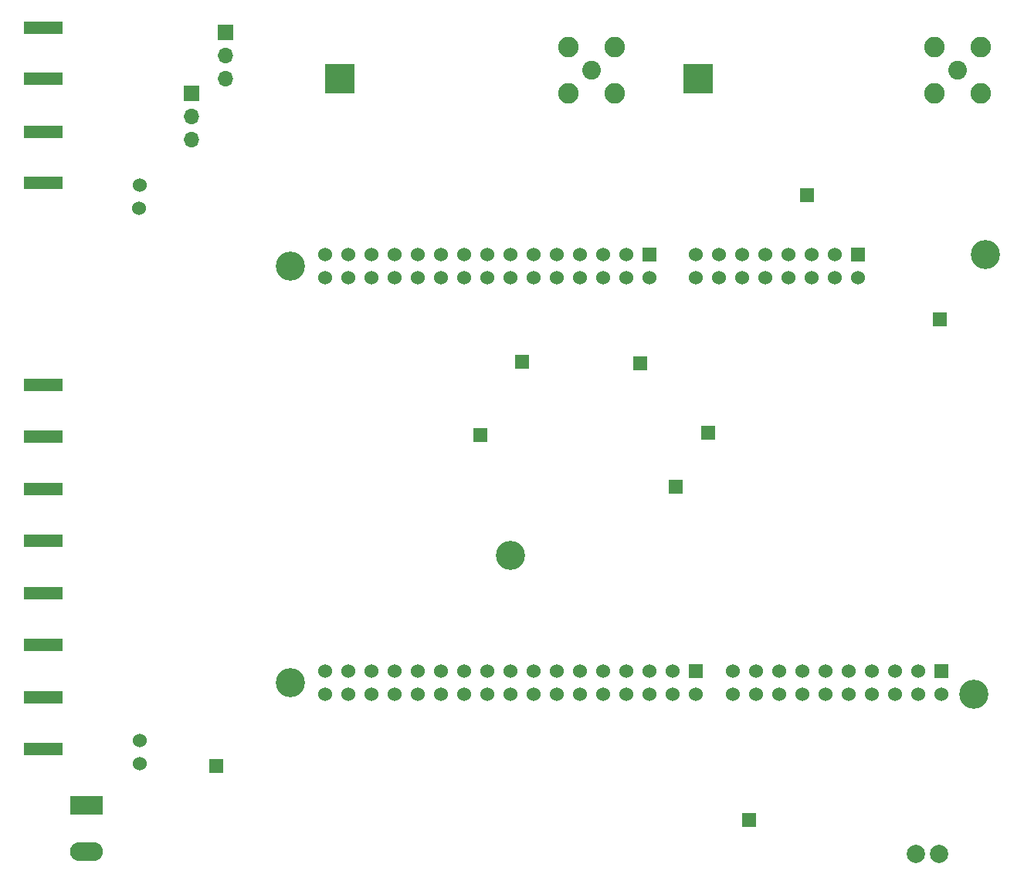
<source format=gbs>
%TF.GenerationSoftware,KiCad,Pcbnew,(5.1.12)-1*%
%TF.CreationDate,2022-12-02T08:38:14+01:00*%
%TF.ProjectId,LF_phase_detector,4c465f70-6861-4736-955f-646574656374,rev?*%
%TF.SameCoordinates,Original*%
%TF.FileFunction,Soldermask,Bot*%
%TF.FilePolarity,Negative*%
%FSLAX46Y46*%
G04 Gerber Fmt 4.6, Leading zero omitted, Abs format (unit mm)*
G04 Created by KiCad (PCBNEW (5.1.12)-1) date 2022-12-02 08:38:14*
%MOMM*%
%LPD*%
G01*
G04 APERTURE LIST*
%ADD10C,0.400000*%
%ADD11R,3.250000X3.250000*%
%ADD12C,1.530000*%
%ADD13C,3.200000*%
%ADD14R,1.530000X1.530000*%
%ADD15C,1.524000*%
%ADD16R,1.500000X1.500000*%
%ADD17C,2.000000*%
%ADD18R,3.600000X2.080000*%
%ADD19O,3.600000X2.080000*%
%ADD20R,4.200000X1.350000*%
%ADD21C,2.250000*%
%ADD22C,2.050000*%
%ADD23R,1.700000X1.700000*%
%ADD24O,1.700000X1.700000*%
G04 APERTURE END LIST*
D10*
%TO.C,U27*%
X74314000Y-8490000D03*
X75114000Y-7690000D03*
X75114000Y-10090000D03*
X73514000Y-9290000D03*
X74314000Y-7690000D03*
X75114000Y-9290000D03*
X74314000Y-10090000D03*
X73514000Y-8490000D03*
X72714000Y-10090000D03*
X72714000Y-9290000D03*
X72714000Y-8490000D03*
X72714000Y-7690000D03*
X75114000Y-8490000D03*
X74314000Y-9290000D03*
X73514000Y-10090000D03*
X73514000Y-7690000D03*
D11*
X73914000Y-8890000D03*
%TD*%
D10*
%TO.C,U28*%
X35071000Y-8490000D03*
X35871000Y-7690000D03*
X35871000Y-10090000D03*
X34271000Y-9290000D03*
X35071000Y-7690000D03*
X35871000Y-9290000D03*
X35071000Y-10090000D03*
X34271000Y-8490000D03*
X33471000Y-10090000D03*
X33471000Y-9290000D03*
X33471000Y-8490000D03*
X33471000Y-7690000D03*
X35871000Y-8490000D03*
X35071000Y-9290000D03*
X34271000Y-10090000D03*
X34271000Y-7690000D03*
D11*
X34671000Y-8890000D03*
%TD*%
D12*
%TO.C,M1*%
X33025000Y-76454000D03*
X33025000Y-73914000D03*
X33025000Y-30734000D03*
X33025000Y-28194000D03*
X77729000Y-76454000D03*
X77729000Y-73914000D03*
X80269000Y-76454000D03*
X80269000Y-73914000D03*
X82809000Y-76454000D03*
X82809000Y-73914000D03*
X85349000Y-76454000D03*
X85349000Y-73914000D03*
X87889000Y-76454000D03*
X87889000Y-73914000D03*
X90429000Y-76454000D03*
X90429000Y-73914000D03*
X92969000Y-76454000D03*
X92969000Y-73914000D03*
X95509000Y-76454000D03*
X95509000Y-73914000D03*
X98049000Y-76454000D03*
X98049000Y-73914000D03*
D13*
X53345000Y-61214000D03*
X104145000Y-76454000D03*
D12*
X35565000Y-76454000D03*
X35565000Y-73914000D03*
X38105000Y-76454000D03*
X38105000Y-73914000D03*
X40645000Y-76454000D03*
X40645000Y-73914000D03*
X43185000Y-76454000D03*
X43185000Y-73914000D03*
X45725000Y-76454000D03*
X45725000Y-73914000D03*
X48265000Y-76454000D03*
X48265000Y-73914000D03*
X50805000Y-76454000D03*
X50805000Y-73914000D03*
X53345000Y-76454000D03*
X53345000Y-73914000D03*
D13*
X29215000Y-75184000D03*
D12*
X55885000Y-76454000D03*
X55885000Y-73914000D03*
X58425000Y-76454000D03*
X58425000Y-73914000D03*
X60965000Y-76454000D03*
X60965000Y-73914000D03*
X63505000Y-76454000D03*
X63505000Y-73914000D03*
X66045000Y-76454000D03*
X66045000Y-73914000D03*
X68585000Y-76454000D03*
X68585000Y-73914000D03*
X71125000Y-76454000D03*
X71125000Y-73914000D03*
X73665000Y-76454000D03*
D14*
X73665000Y-73914000D03*
D12*
X100589000Y-76454000D03*
D14*
X100589000Y-73914000D03*
D13*
X29215000Y-29464000D03*
D12*
X35565000Y-30734000D03*
X35565000Y-28194000D03*
X38105000Y-30734000D03*
X38105000Y-28194000D03*
X40645000Y-30734000D03*
X40645000Y-28194000D03*
X43185000Y-30734000D03*
X43185000Y-28194000D03*
X45725000Y-30734000D03*
X45725000Y-28194000D03*
X48265000Y-30734000D03*
X48265000Y-28194000D03*
X50805000Y-30734000D03*
X50805000Y-28194000D03*
X53345000Y-30734000D03*
X53345000Y-28194000D03*
X55885000Y-30734000D03*
X55885000Y-28194000D03*
X58425000Y-30734000D03*
X58425000Y-28194000D03*
X60965000Y-30734000D03*
X60965000Y-28194000D03*
X63505000Y-30734000D03*
X63505000Y-28194000D03*
X66045000Y-30734000D03*
X66045000Y-28194000D03*
X68585000Y-30734000D03*
D14*
X68585000Y-28194000D03*
D12*
X73665000Y-30734000D03*
X73665000Y-28194000D03*
X76205000Y-30734000D03*
X76205000Y-28194000D03*
X78745000Y-30734000D03*
X78745000Y-28194000D03*
X81285000Y-30734000D03*
X81285000Y-28194000D03*
X83825000Y-30734000D03*
X83825000Y-28194000D03*
X86365000Y-30734000D03*
X86365000Y-28194000D03*
X88905000Y-30734000D03*
X88905000Y-28194000D03*
X91445000Y-30734000D03*
D14*
X91445000Y-28194000D03*
D13*
X105385000Y-28194000D03*
D15*
X12705080Y-20574000D03*
X12628880Y-23114000D03*
X12705080Y-81534000D03*
X12705080Y-84074000D03*
%TD*%
D16*
%TO.C,3V0*%
X54610000Y-40005000D03*
%TD*%
%TO.C,3V1*%
X50038000Y-48006000D03*
%TD*%
%TO.C,5V0*%
X21082000Y-84328000D03*
%TD*%
%TO.C,5V1*%
X75057000Y-47752000D03*
%TD*%
%TO.C,5V2*%
X67564000Y-40132000D03*
%TD*%
%TO.C,5V3*%
X71501000Y-53721000D03*
%TD*%
%TO.C,8V1*%
X79502000Y-90297000D03*
%TD*%
D17*
%TO.C,GND1*%
X97790000Y-93980000D03*
X100330000Y-93980000D03*
%TD*%
D18*
%TO.C,P1*%
X6858000Y-88646000D03*
D19*
X6858000Y-93726000D03*
%TD*%
D16*
%TO.C,VuC1*%
X100457000Y-35306000D03*
%TD*%
D20*
%TO.C,FAST1*%
X2159000Y-48164000D03*
X2159000Y-42514000D03*
%TD*%
%TO.C,FREF1*%
X2159000Y-3271000D03*
X2159000Y-8921000D03*
%TD*%
%TO.C,FVCO1*%
X2159000Y-14701000D03*
X2159000Y-20351000D03*
%TD*%
%TO.C,SLOW1*%
X2159000Y-65374000D03*
X2159000Y-71024000D03*
%TD*%
D21*
%TO.C,DIVREF1*%
X64770000Y-10541000D03*
X59690000Y-10541000D03*
X59690000Y-5461000D03*
X64770000Y-5461000D03*
D22*
X62230000Y-8001000D03*
%TD*%
%TO.C,DIVVCO1*%
X102362000Y-8001000D03*
D21*
X104902000Y-5461000D03*
X99822000Y-5461000D03*
X99822000Y-10541000D03*
X104902000Y-10541000D03*
%TD*%
D20*
%TO.C,NFAST1*%
X2159000Y-53944000D03*
X2159000Y-59594000D03*
%TD*%
%TO.C,NSLOW1*%
X2159000Y-82454000D03*
X2159000Y-76804000D03*
%TD*%
D23*
%TO.C,JP3*%
X18415000Y-10541000D03*
D24*
X18415000Y-13081000D03*
X18415000Y-15621000D03*
%TD*%
%TO.C,JP4*%
X22098000Y-8890000D03*
X22098000Y-6350000D03*
D23*
X22098000Y-3810000D03*
%TD*%
D16*
%TO.C,5V4*%
X85852000Y-21717000D03*
%TD*%
M02*

</source>
